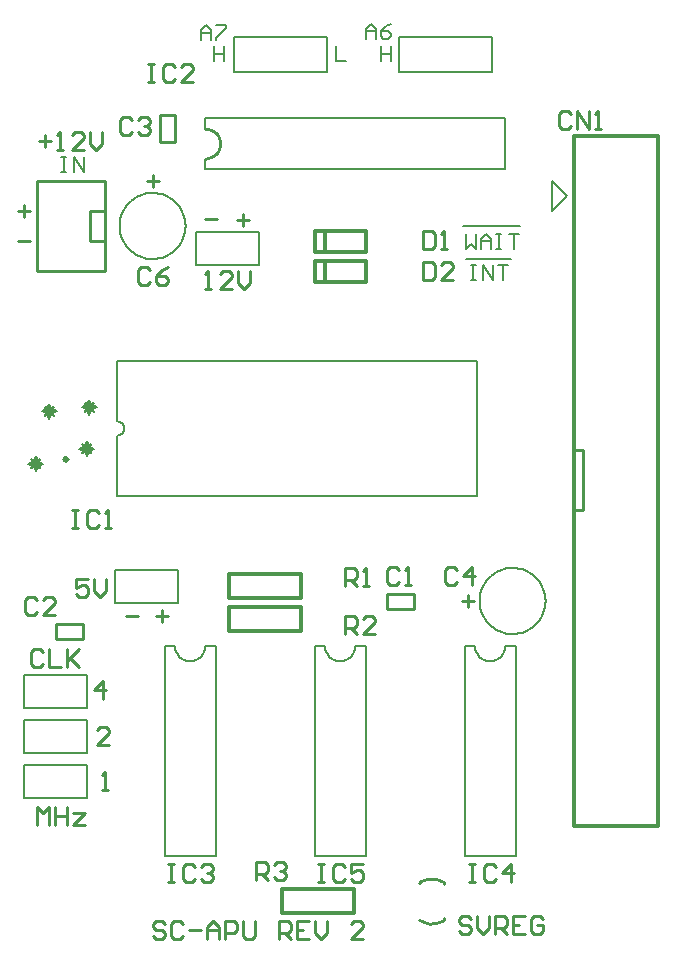
<source format=gto>
G04 Layer_Color=65535*
%FSLAX25Y25*%
%MOIN*%
G70*
G01*
G75*
%ADD12C,0.01000*%
%ADD29C,0.00800*%
%ADD30C,0.01200*%
%ADD31C,0.00600*%
%ADD32C,0.00500*%
D12*
X532500Y402500D02*
X533475Y402596D01*
X534413Y402881D01*
X535278Y403343D01*
X536035Y403965D01*
X536657Y404722D01*
X537119Y405587D01*
X537404Y406525D01*
X537500Y407500D01*
X537404Y408475D01*
X537119Y409413D01*
X536657Y410278D01*
X536035Y411035D01*
X535278Y411657D01*
X534413Y412119D01*
X533475Y412404D01*
X532500Y412500D01*
X603840Y148760D02*
X604701Y148264D01*
X605621Y147887D01*
X606582Y147635D01*
X607569Y147512D01*
X608563Y147521D01*
X609547Y147661D01*
X610503Y147930D01*
X611416Y148323D01*
X612269Y148834D01*
X612160Y161240D02*
X611299Y161736D01*
X610379Y162113D01*
X609418Y162365D01*
X608431Y162488D01*
X607437Y162479D01*
X606454Y162339D01*
X605497Y162070D01*
X604584Y161677D01*
X603731Y161166D01*
X476500Y365000D02*
Y395000D01*
X499000Y365000D02*
Y395000D01*
X494000Y375000D02*
Y385000D01*
X476500Y395000D02*
X499000D01*
X476500Y365000D02*
X499000D01*
X494000Y375000D02*
X499000D01*
X494000Y385000D02*
X499000D01*
X517500Y417157D02*
X522500D01*
X517500Y408157D02*
Y417157D01*
Y408157D02*
X522500D01*
Y417157D01*
X491843Y242500D02*
Y247500D01*
X482843D02*
X491843D01*
X482843Y242500D02*
Y247500D01*
Y242500D02*
X491843D01*
X593157Y252500D02*
Y257500D01*
Y252500D02*
X602157D01*
Y257500D01*
X593157D02*
X602157D01*
X655400Y285200D02*
X658400D01*
Y305200D01*
X655400D02*
X658400D01*
X612160Y160660D02*
Y161240D01*
X612269Y148834D02*
Y149231D01*
X520000Y167498D02*
X521999D01*
X521000D01*
Y161500D01*
X520000D01*
X521999D01*
X528997Y166498D02*
X527997Y167498D01*
X525998D01*
X524998Y166498D01*
Y162500D01*
X525998Y161500D01*
X527997D01*
X528997Y162500D01*
X530996Y166498D02*
X531996Y167498D01*
X533995D01*
X534995Y166498D01*
Y165499D01*
X533995Y164499D01*
X532996D01*
X533995D01*
X534995Y163499D01*
Y162500D01*
X533995Y161500D01*
X531996D01*
X530996Y162500D01*
X570000Y167498D02*
X571999D01*
X571000D01*
Y161500D01*
X570000D01*
X571999D01*
X578997Y166498D02*
X577997Y167498D01*
X575998D01*
X574998Y166498D01*
Y162500D01*
X575998Y161500D01*
X577997D01*
X578997Y162500D01*
X584995Y167498D02*
X580996D01*
Y164499D01*
X582996Y165499D01*
X583995D01*
X584995Y164499D01*
Y162500D01*
X583995Y161500D01*
X581996D01*
X580996Y162500D01*
X654499Y417498D02*
X653499Y418498D01*
X651500D01*
X650500Y417498D01*
Y413500D01*
X651500Y412500D01*
X653499D01*
X654499Y413500D01*
X656498Y412500D02*
Y418498D01*
X660497Y412500D01*
Y418498D01*
X662496Y412500D02*
X664496D01*
X663496D01*
Y418498D01*
X662496Y417498D01*
X476499Y255498D02*
X475499Y256498D01*
X473500D01*
X472500Y255498D01*
Y251500D01*
X473500Y250500D01*
X475499D01*
X476499Y251500D01*
X482497Y250500D02*
X478498D01*
X482497Y254499D01*
Y255498D01*
X481497Y256498D01*
X479498D01*
X478498Y255498D01*
X507999Y415498D02*
X506999Y416498D01*
X505000D01*
X504000Y415498D01*
Y411500D01*
X505000Y410500D01*
X506999D01*
X507999Y411500D01*
X509998Y415498D02*
X510998Y416498D01*
X512997D01*
X513997Y415498D01*
Y414499D01*
X512997Y413499D01*
X511997D01*
X512997D01*
X513997Y412499D01*
Y411500D01*
X512997Y410500D01*
X510998D01*
X509998Y411500D01*
X616499Y265498D02*
X615499Y266498D01*
X613500D01*
X612500Y265498D01*
Y261500D01*
X613500Y260500D01*
X615499D01*
X616499Y261500D01*
X621497Y260500D02*
Y266498D01*
X618498Y263499D01*
X622497D01*
X513999Y365498D02*
X512999Y366498D01*
X511000D01*
X510000Y365498D01*
Y361500D01*
X511000Y360500D01*
X512999D01*
X513999Y361500D01*
X519997Y366498D02*
X517997Y365498D01*
X515998Y363499D01*
Y361500D01*
X516998Y360500D01*
X518997D01*
X519997Y361500D01*
Y362499D01*
X518997Y363499D01*
X515998D01*
X488000Y285498D02*
X489999D01*
X489000D01*
Y279500D01*
X488000D01*
X489999D01*
X496997Y284498D02*
X495997Y285498D01*
X493998D01*
X492998Y284498D01*
Y280500D01*
X493998Y279500D01*
X495997D01*
X496997Y280500D01*
X498996Y279500D02*
X500996D01*
X499996D01*
Y285498D01*
X498996Y284498D01*
X620500Y167498D02*
X622499D01*
X621500D01*
Y161500D01*
X620500D01*
X622499D01*
X629497Y166498D02*
X628497Y167498D01*
X626498D01*
X625498Y166498D01*
Y162500D01*
X626498Y161500D01*
X628497D01*
X629497Y162500D01*
X634495Y161500D02*
Y167498D01*
X631496Y164499D01*
X635495D01*
X579000Y260000D02*
Y265998D01*
X581999D01*
X582999Y264998D01*
Y262999D01*
X581999Y261999D01*
X579000D01*
X580999D02*
X582999Y260000D01*
X584998D02*
X586997D01*
X585998D01*
Y265998D01*
X584998Y264998D01*
X579000Y244000D02*
Y249998D01*
X581999D01*
X582999Y248998D01*
Y246999D01*
X581999Y245999D01*
X579000D01*
X580999D02*
X582999Y244000D01*
X588997D02*
X584998D01*
X588997Y247999D01*
Y248998D01*
X587997Y249998D01*
X585998D01*
X584998Y248998D01*
X513500Y433998D02*
X515499D01*
X514500D01*
Y428000D01*
X513500D01*
X515499D01*
X522497Y432998D02*
X521497Y433998D01*
X519498D01*
X518498Y432998D01*
Y429000D01*
X519498Y428000D01*
X521497D01*
X522497Y429000D01*
X528495Y428000D02*
X524496D01*
X528495Y431999D01*
Y432998D01*
X527495Y433998D01*
X525496D01*
X524496Y432998D01*
X605000Y378498D02*
Y372500D01*
X607999D01*
X608999Y373500D01*
Y377498D01*
X607999Y378498D01*
X605000D01*
X610998Y372500D02*
X612997D01*
X611998D01*
Y378498D01*
X610998Y377498D01*
X605000Y367998D02*
Y362000D01*
X607999D01*
X608999Y363000D01*
Y366998D01*
X607999Y367998D01*
X605000D01*
X614997Y362000D02*
X610998D01*
X614997Y365999D01*
Y366998D01*
X613997Y367998D01*
X611998D01*
X610998Y366998D01*
X596999Y265498D02*
X595999Y266498D01*
X594000D01*
X593000Y265498D01*
Y261500D01*
X594000Y260500D01*
X595999D01*
X596999Y261500D01*
X598998Y260500D02*
X600997D01*
X599998D01*
Y266498D01*
X598998Y265498D01*
X549500Y162000D02*
Y167998D01*
X552499D01*
X553499Y166998D01*
Y164999D01*
X552499Y163999D01*
X549500D01*
X551499D02*
X553499Y162000D01*
X555498Y166998D02*
X556498Y167998D01*
X558497D01*
X559497Y166998D01*
Y165999D01*
X558497Y164999D01*
X557497D01*
X558497D01*
X559497Y163999D01*
Y163000D01*
X558497Y162000D01*
X556498D01*
X555498Y163000D01*
X518999Y147498D02*
X517999Y148498D01*
X516000D01*
X515000Y147498D01*
Y146499D01*
X516000Y145499D01*
X517999D01*
X518999Y144499D01*
Y143500D01*
X517999Y142500D01*
X516000D01*
X515000Y143500D01*
X524997Y147498D02*
X523997Y148498D01*
X521998D01*
X520998Y147498D01*
Y143500D01*
X521998Y142500D01*
X523997D01*
X524997Y143500D01*
X526996Y145499D02*
X530995D01*
X532994Y142500D02*
Y146499D01*
X534994Y148498D01*
X536993Y146499D01*
Y142500D01*
Y145499D01*
X532994D01*
X538992Y142500D02*
Y148498D01*
X541991D01*
X542991Y147498D01*
Y145499D01*
X541991Y144499D01*
X538992D01*
X544990Y148498D02*
Y143500D01*
X545990Y142500D01*
X547989D01*
X548989Y143500D01*
Y148498D01*
X556986Y142500D02*
Y148498D01*
X559985D01*
X560985Y147498D01*
Y145499D01*
X559985Y144499D01*
X556986D01*
X558986D02*
X560985Y142500D01*
X566983Y148498D02*
X562985D01*
Y142500D01*
X566983D01*
X562985Y145499D02*
X564984D01*
X568983Y148498D02*
Y144499D01*
X570982Y142500D01*
X572981Y144499D01*
Y148498D01*
X584977Y142500D02*
X580979D01*
X584977Y146499D01*
Y147498D01*
X583978Y148498D01*
X581978D01*
X580979Y147498D01*
X470000Y374999D02*
X473999D01*
X470000Y384999D02*
X473999D01*
X471999Y386998D02*
Y383000D01*
X532500Y359000D02*
X534499D01*
X533500D01*
Y364998D01*
X532500Y363998D01*
X541497Y359000D02*
X537498D01*
X541497Y362999D01*
Y363998D01*
X540497Y364998D01*
X538498D01*
X537498Y363998D01*
X543496Y364998D02*
Y360999D01*
X545496Y359000D01*
X547495Y360999D01*
Y364998D01*
X493499Y262498D02*
X489500D01*
Y259499D01*
X491499Y260499D01*
X492499D01*
X493499Y259499D01*
Y257500D01*
X492499Y256500D01*
X490500D01*
X489500Y257500D01*
X495498Y262498D02*
Y258499D01*
X497497Y256500D01*
X499497Y258499D01*
Y262498D01*
X516000Y249999D02*
X519999D01*
X517999Y251998D02*
Y248000D01*
X506000Y249999D02*
X509999D01*
X532500Y382499D02*
X536499D01*
X543000Y381999D02*
X546999D01*
X544999Y383998D02*
Y380000D01*
X477000Y408499D02*
X480999D01*
X478999Y410498D02*
Y406500D01*
X482998Y405500D02*
X484997D01*
X483998D01*
Y411498D01*
X482998Y410498D01*
X491995Y405500D02*
X487996D01*
X491995Y409499D01*
Y410498D01*
X490996Y411498D01*
X488996D01*
X487996Y410498D01*
X493995Y411498D02*
Y407499D01*
X495994Y405500D01*
X497993Y407499D01*
Y411498D01*
X478499Y237998D02*
X477499Y238998D01*
X475500D01*
X474500Y237998D01*
Y234000D01*
X475500Y233000D01*
X477499D01*
X478499Y234000D01*
X480498Y238998D02*
Y233000D01*
X484497D01*
X486496Y238998D02*
Y233000D01*
Y234999D01*
X490495Y238998D01*
X487496Y235999D01*
X490495Y233000D01*
X476498Y180500D02*
Y186498D01*
X478497Y184499D01*
X480497Y186498D01*
Y180500D01*
X482496Y186498D02*
Y180500D01*
Y183499D01*
X486495D01*
Y186498D01*
Y180500D01*
X488494Y184499D02*
X492493D01*
X488494Y180500D01*
X492493D01*
X498499Y222500D02*
Y228498D01*
X495500Y225499D01*
X499499D01*
X500499Y207000D02*
X496500D01*
X500499Y210999D01*
Y211998D01*
X499499Y212998D01*
X497500D01*
X496500Y211998D01*
X498000Y192000D02*
X499999D01*
X499000D01*
Y197998D01*
X498000Y196998D01*
X620999Y148998D02*
X619999Y149998D01*
X618000D01*
X617000Y148998D01*
Y147999D01*
X618000Y146999D01*
X619999D01*
X620999Y145999D01*
Y145000D01*
X619999Y144000D01*
X618000D01*
X617000Y145000D01*
X622998Y149998D02*
Y145999D01*
X624997Y144000D01*
X626997Y145999D01*
Y149998D01*
X628996Y144000D02*
Y149998D01*
X631995D01*
X632995Y148998D01*
Y146999D01*
X631995Y145999D01*
X628996D01*
X630996D02*
X632995Y144000D01*
X638993Y149998D02*
X634994D01*
Y144000D01*
X638993D01*
X634994Y146999D02*
X636994D01*
X644991Y148998D02*
X643991Y149998D01*
X641992D01*
X640992Y148998D01*
Y145000D01*
X641992Y144000D01*
X643991D01*
X644991Y145000D01*
Y146999D01*
X642992D01*
X514999Y397000D02*
Y393001D01*
X516998Y395001D02*
X513000D01*
X618000Y254999D02*
X621999D01*
X619999Y256998D02*
Y253000D01*
D29*
X503000Y310000D02*
X503957Y310190D01*
X504768Y310732D01*
X505310Y311543D01*
X505500Y312500D01*
X505310Y313457D01*
X504768Y314268D01*
X503957Y314810D01*
X503000Y315000D01*
X622500Y240000D02*
X622596Y239024D01*
X622881Y238087D01*
X623343Y237222D01*
X623965Y236465D01*
X624722Y235843D01*
X625587Y235381D01*
X626524Y235096D01*
X627500Y235000D01*
X628476Y235096D01*
X629413Y235381D01*
X630278Y235843D01*
X631036Y236465D01*
X631657Y237222D01*
X632119Y238087D01*
X632404Y239024D01*
X632500Y240000D01*
X572500D02*
X572596Y239024D01*
X572881Y238087D01*
X573343Y237222D01*
X573965Y236465D01*
X574722Y235843D01*
X575587Y235381D01*
X576524Y235096D01*
X577500Y235000D01*
X578476Y235096D01*
X579413Y235381D01*
X580278Y235843D01*
X581036Y236465D01*
X581657Y237222D01*
X582119Y238087D01*
X582404Y239024D01*
X582500Y240000D01*
X522500D02*
X522596Y239024D01*
X522881Y238087D01*
X523343Y237222D01*
X523965Y236465D01*
X524722Y235843D01*
X525587Y235381D01*
X526524Y235096D01*
X527500Y235000D01*
X528476Y235096D01*
X529413Y235381D01*
X530278Y235843D01*
X531036Y236465D01*
X531657Y237222D01*
X532119Y238087D01*
X532404Y239024D01*
X532500Y240000D01*
X526000Y380000D02*
X525954Y381000D01*
X525818Y381992D01*
X525592Y382968D01*
X525278Y383919D01*
X524879Y384837D01*
X524399Y385715D01*
X523840Y386546D01*
X523208Y387323D01*
X522508Y388039D01*
X521746Y388689D01*
X520928Y389266D01*
X520061Y389767D01*
X519152Y390187D01*
X518208Y390522D01*
X517238Y390770D01*
X516249Y390929D01*
X515250Y390997D01*
X514249Y390974D01*
X513254Y390861D01*
X512274Y390657D01*
X511316Y390365D01*
X510389Y389987D01*
X509500Y389526D01*
X508657Y388987D01*
X507866Y388373D01*
X507134Y387689D01*
X506467Y386942D01*
X505871Y386137D01*
X505351Y385282D01*
X504911Y384382D01*
X504554Y383447D01*
X504284Y382483D01*
X504103Y381498D01*
X504011Y380501D01*
Y379499D01*
X504103Y378502D01*
X504284Y377517D01*
X504554Y376553D01*
X504911Y375618D01*
X505351Y374718D01*
X505871Y373863D01*
X506467Y373058D01*
X507134Y372311D01*
X507866Y371627D01*
X508657Y371013D01*
X509500Y370474D01*
X510389Y370013D01*
X511316Y369635D01*
X512274Y369343D01*
X513254Y369139D01*
X514249Y369026D01*
X515250Y369003D01*
X516249Y369071D01*
X517238Y369230D01*
X518208Y369478D01*
X519152Y369813D01*
X520061Y370233D01*
X520928Y370734D01*
X521746Y371311D01*
X522508Y371961D01*
X523208Y372677D01*
X523840Y373454D01*
X524399Y374285D01*
X524879Y375163D01*
X525278Y376081D01*
X525592Y377032D01*
X525818Y378008D01*
X525954Y379000D01*
X526000Y380000D01*
X646000Y255000D02*
X645954Y256000D01*
X645818Y256992D01*
X645592Y257968D01*
X645278Y258919D01*
X644879Y259837D01*
X644399Y260715D01*
X643840Y261546D01*
X643208Y262323D01*
X642508Y263039D01*
X641746Y263689D01*
X640928Y264266D01*
X640061Y264767D01*
X639152Y265187D01*
X638208Y265522D01*
X637238Y265770D01*
X636249Y265929D01*
X635250Y265997D01*
X634249Y265974D01*
X633254Y265861D01*
X632274Y265657D01*
X631316Y265365D01*
X630389Y264987D01*
X629500Y264526D01*
X628656Y263987D01*
X627866Y263373D01*
X627134Y262689D01*
X626467Y261942D01*
X625871Y261137D01*
X625351Y260282D01*
X624911Y259382D01*
X624554Y258447D01*
X624284Y257483D01*
X624102Y256498D01*
X624011Y255501D01*
Y254499D01*
X624102Y253502D01*
X624284Y252517D01*
X624554Y251553D01*
X624911Y250618D01*
X625351Y249718D01*
X625871Y248863D01*
X626467Y248058D01*
X627134Y247311D01*
X627866Y246627D01*
X628656Y246013D01*
X629500Y245474D01*
X630389Y245013D01*
X631316Y244635D01*
X632274Y244343D01*
X633254Y244139D01*
X634249Y244026D01*
X635250Y244003D01*
X636249Y244071D01*
X637238Y244230D01*
X638208Y244478D01*
X639152Y244813D01*
X640061Y245233D01*
X640928Y245734D01*
X641746Y246311D01*
X642508Y246961D01*
X643208Y247677D01*
X643840Y248454D01*
X644399Y249285D01*
X644879Y250163D01*
X645278Y251081D01*
X645592Y252032D01*
X645818Y253008D01*
X645954Y254000D01*
X646000Y255000D01*
X532500Y399000D02*
Y402500D01*
Y412500D02*
Y416000D01*
X632500D01*
Y399000D02*
Y416000D01*
X532500Y399000D02*
X632500D01*
X503000Y290000D02*
X623000D01*
Y335000D01*
X503000D02*
X623000D01*
X503000Y315000D02*
Y335000D01*
Y290000D02*
Y310000D01*
X493000Y189500D02*
Y200500D01*
X472000Y189500D02*
X493000D01*
X472000D02*
Y200500D01*
X493000D01*
Y204500D02*
Y215500D01*
X472000Y204500D02*
X493000D01*
X472000D02*
Y215500D01*
X493000D01*
Y219500D02*
Y230500D01*
X472000Y219500D02*
X493000D01*
X472000D02*
Y230500D01*
X493000D01*
X619000Y170000D02*
Y240000D01*
Y170000D02*
X636000D01*
Y240000D01*
X632500D02*
X636000D01*
X619000D02*
X622500D01*
X569000Y170000D02*
Y240000D01*
Y170000D02*
X586000D01*
Y240000D01*
X582500D02*
X586000D01*
X569000D02*
X572500D01*
X519000Y170000D02*
Y240000D01*
Y170000D02*
X536000D01*
Y240000D01*
X532500D02*
X536000D01*
X519000D02*
X522500D01*
X502500Y254500D02*
Y265500D01*
X523500D01*
Y254500D02*
Y265500D01*
X502500Y254500D02*
X523500D01*
X648100Y395000D02*
X653100Y390000D01*
X648100Y385000D02*
Y395000D01*
Y385000D02*
X653100Y390000D01*
X550500Y367000D02*
Y378000D01*
X529500Y367000D02*
X550500D01*
X529500D02*
Y378000D01*
X550500D01*
X618500Y380000D02*
X637500D01*
X619500Y369000D02*
X634500D01*
X597000Y431500D02*
Y443000D01*
X628000D01*
Y431500D02*
Y443000D01*
X597000Y431500D02*
X628000D01*
X542000D02*
Y443000D01*
X573000D01*
Y431500D02*
Y443000D01*
X542000Y431500D02*
X573000D01*
X619500Y377498D02*
Y372500D01*
X621166Y374166D01*
X622832Y372500D01*
Y377498D01*
X624498Y372500D02*
Y375832D01*
X626164Y377498D01*
X627831Y375832D01*
Y372500D01*
Y374999D01*
X624498D01*
X629497Y377498D02*
X631163D01*
X630330D01*
Y372500D01*
X629497D01*
X631163D01*
X633662Y377498D02*
X636994D01*
X635328D01*
Y372500D01*
X621000Y366998D02*
X622666D01*
X621833D01*
Y362000D01*
X621000D01*
X622666D01*
X625165D02*
Y366998D01*
X628498Y362000D01*
Y366998D01*
X630164D02*
X633496D01*
X631830D01*
Y362000D01*
X535500Y439998D02*
Y435000D01*
Y437499D01*
X538832D01*
Y439998D01*
Y435000D01*
X591000Y439998D02*
Y435000D01*
Y437499D01*
X594332D01*
Y439998D01*
Y435000D01*
X576000Y439998D02*
Y435000D01*
X579332D01*
X531000Y442000D02*
Y445332D01*
X532666Y446998D01*
X534332Y445332D01*
Y442000D01*
Y444499D01*
X531000D01*
X535998Y446998D02*
X539331D01*
Y446165D01*
X535998Y442833D01*
Y442000D01*
X586000Y442500D02*
Y445832D01*
X587666Y447498D01*
X589332Y445832D01*
Y442500D01*
Y444999D01*
X586000D01*
X594331Y447498D02*
X592664Y446665D01*
X590998Y444999D01*
Y443333D01*
X591831Y442500D01*
X593498D01*
X594331Y443333D01*
Y444166D01*
X593498Y444999D01*
X590998D01*
X484500Y402998D02*
X486166D01*
X485333D01*
Y398000D01*
X484500D01*
X486166D01*
X488665D02*
Y402998D01*
X491998Y398000D01*
Y402998D01*
D30*
X540500Y245000D02*
Y253000D01*
X564500D01*
Y245000D02*
Y253000D01*
X540500Y245000D02*
X564500D01*
X558000Y159000D02*
X582000D01*
X558000Y151000D02*
Y159000D01*
Y151000D02*
X582000D01*
Y159000D01*
X564500Y256000D02*
Y264000D01*
X540500Y256000D02*
X564500D01*
X540500D02*
Y264000D01*
X564500D01*
X655500Y180000D02*
X683500D01*
X655500Y410000D02*
X683500D01*
X655500Y180000D02*
Y410000D01*
X683500Y180000D02*
Y410000D01*
X586000Y361500D02*
Y368500D01*
X569000D02*
X586000D01*
X569000Y361500D02*
Y368500D01*
Y361500D02*
X586000D01*
X572500D02*
Y368500D01*
Y371500D02*
Y378500D01*
X569000Y371500D02*
X586000D01*
X569000D02*
Y378500D01*
X586000D01*
Y371500D02*
Y378500D01*
D31*
X485400Y303100D02*
X486000Y302500D01*
X486700Y301800D01*
X486000Y302500D02*
X486100D01*
X485300Y301800D02*
X486000Y302500D01*
Y301500D02*
Y303500D01*
X485000Y302500D02*
X487000D01*
X486100D02*
X486700Y303100D01*
D32*
X473600Y300800D02*
X477600Y302300D01*
X474600Y299300D02*
X476100Y303300D01*
X473600Y300800D02*
X478600D01*
X473600D02*
X477600Y299300D01*
X476100Y303300D02*
X477600Y299300D01*
X474600Y302300D02*
X478600Y300800D01*
X474600Y299300D02*
X478600Y300800D01*
X474600Y302300D02*
X476100Y298300D01*
X477600Y302300D01*
X474600Y299300D02*
X477600Y302300D01*
X474600D02*
X477600Y299300D01*
X476100Y298300D02*
Y303300D01*
X491350Y319550D02*
X495350Y321050D01*
X492350Y318050D02*
X493850Y322050D01*
X491350Y319550D02*
X496350D01*
X491350D02*
X495350Y318050D01*
X493850Y322050D02*
X495350Y318050D01*
X492350Y321050D02*
X496350Y319550D01*
X492350Y318050D02*
X496350Y319550D01*
X492350Y321050D02*
X493850Y317050D01*
X495350Y321050D01*
X492350Y318050D02*
X495350Y321050D01*
X492350D02*
X495350Y318050D01*
X493850Y317050D02*
Y322050D01*
X490600Y305800D02*
X494600Y307300D01*
X491600Y304300D02*
X493100Y308300D01*
X490600Y305800D02*
X495600D01*
X490600D02*
X494600Y304300D01*
X493100Y308300D02*
X494600Y304300D01*
X491600Y307300D02*
X495600Y305800D01*
X491600Y304300D02*
X495600Y305800D01*
X491600Y307300D02*
X493100Y303300D01*
X494600Y307300D01*
X491600Y304300D02*
X494600Y307300D01*
X493100Y303300D02*
Y308300D01*
X478100Y318300D02*
X482100Y319800D01*
X479100Y316800D02*
X480600Y320800D01*
X478100Y318300D02*
X483100D01*
X478100D02*
X482100Y316800D01*
X480600Y320800D02*
X482100Y316800D01*
X479100Y319800D02*
X483100Y318300D01*
X479100Y316800D02*
X483100Y318300D01*
X479100Y319800D02*
X480600Y315800D01*
X482100Y319800D01*
X479100Y316800D02*
X482100Y319800D01*
X479100D02*
X482100Y316800D01*
X480600Y315800D02*
Y320800D01*
X491600Y307300D02*
X494600Y304300D01*
M02*

</source>
